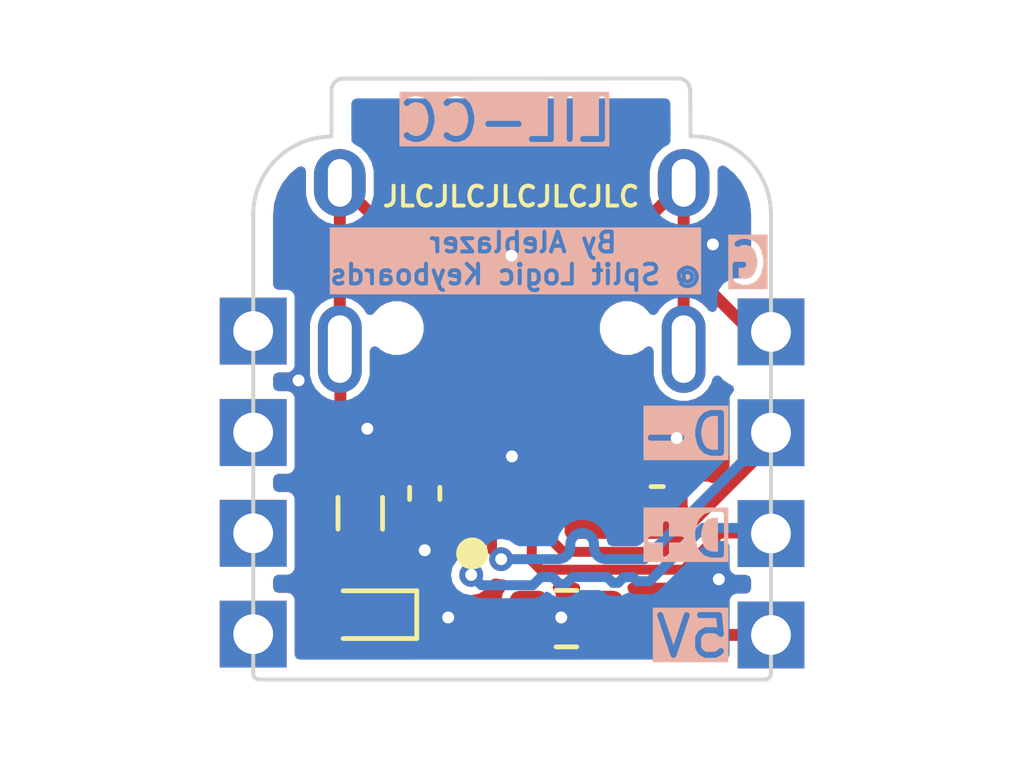
<source format=kicad_pcb>
(kicad_pcb (version 20240108) (generator "pcbnew") (generator_version "8.0")
  (layers (0 "F.Cu" signal) (31 "B.Cu" signal) (34 "B.Paste" user) (35 "F.Paste" user) (36 "B.SilkS" user "B.Silkscreen") (37 "F.SilkS" user "F.Silkscreen") (38 "B.Mask" user) (39 "F.Mask" user) (44 "Edge.Cuts" user))
  (net 0 "")
  (net 1 "GND")
  (net 2 "VBUS")
  (net 5 "D+")
  (net 6 "D-")
  (net 7 "Net-(J1-PadA5)")
  (net 8 "Net-(J1-PadB5)")
  (net 9 "5V")
  (net 10 "GNDPWR")
  (footprint "Inductor_SMD:L_0805_2012Metric" (layer "F.Cu") (at 125.48 87.77 -90)
    (property "Reference" "FB1" (hide yes))
    (property "Value" "GZ2012D601TF")
    (fp_line (start -0.399622 0.56) (end 0.399622 0.56) (stroke (width 0.12)) (layer "F.SilkS"))
    (fp_line (start -0.399622 -0.56) (end 0.399622 -0.56) (stroke (width 0.12)) (layer "F.SilkS"))
    (pad "1" smd roundrect (at -1.0625 0 270) (size 0.875 1.2) (layers "F.Cu" "F.Paste" "F.Mask") (net 10 "GNDPWR"))
    (pad "2" smd roundrect (at 1.0625 0 270) (size 0.875 1.2) (layers "F.Cu" "F.Paste" "F.Mask") (net 1 "GND"))
  )
  (footprint "Resistor_SMD:R_0402_1005Metric" (layer "F.Cu") (at 127.1 87.27 -90)
    (property "Reference" "R2" (hide yes))
    (property "Value" "5.1k")
    (fp_line (start -0.153641 0.38) (end 0.153641 0.38) (stroke (width 0.12)) (layer "F.SilkS"))
    (fp_line (start -0.153641 -0.38) (end 0.153641 -0.38) (stroke (width 0.12)) (layer "F.SilkS"))
    (pad "1" smd roundrect (at -0.51 0 270) (size 0.54 0.64) (layers "F.Cu" "F.Paste" "F.Mask") (net 8 "Net-(J1-PadB5)"))
    (pad "2" smd roundrect (at 0.51 0 270) (size 0.54 0.64) (layers "F.Cu" "F.Paste" "F.Mask") (net 1 "GND"))
  )
  (footprint "Fuse:Fuse_0805_2012Metric" (layer "F.Cu") (at 130.66 90.42)
    (property "Reference" "F1" (hide yes))
    (property "Value" "SMD0805-050-16V")
    (fp_line (start -0.258578 -0.71) (end 0.258578 -0.71) (stroke (width 0.12)) (layer "F.SilkS"))
    (fp_line (start -0.258578 0.71) (end 0.258578 0.71) (stroke (width 0.12)) (layer "F.SilkS"))
    (pad "1" smd roundrect (at -0.9375 0) (size 0.975 1.4) (layers "F.Cu" "F.Paste" "F.Mask") (net 2 "VBUS"))
    (pad "2" smd roundrect (at 0.9375 0) (size 0.975 1.4) (layers "F.Cu" "F.Paste" "F.Mask") (net 9 "5V"))
  )
  (footprint "acheron_Components:USON-10_2.5x1.0mm_P0.5mm" (layer "F.Cu") (at 129.29 87.78 90)
    (property "Reference" "U1" (hide yes))
    (property "Value" "TPD4E05U06DQAR")
    (fp_circle (center -1 -1) (end -1 -1) (stroke (width 0.4)) (fill none) (layer "F.SilkS"))
    (pad "1" smd roundrect (at -0.385 -1) (size 0.25 0.55) (layers "F.Cu" "F.Paste" "F.Mask") (roundrect_rratio 0.5) (net 5 "D+"))
    (pad "2" smd rect (at -0.385 -0.5) (size 0.25 0.55) (layers "F.Cu" "F.Paste" "F.Mask") (net 6 "D-"))
    (pad "3" smd rect (at -0.385 0) (size 0.3 0.55) (layers "F.Cu" "F.Paste" "F.Mask") (net 1 "GND"))
    (pad "4" smd rect (at -0.385 0.5) (size 0.25 0.55) (layers "F.Cu" "F.Paste" "F.Mask") (net 5 "D+"))
    (pad "5" smd rect (at -0.385 1) (size 0.25 0.55) (layers "F.Cu" "F.Paste" "F.Mask") (net 6 "D-"))
    (pad "6" smd rect (at 0.385 1) (size 0.25 0.55) (layers "F.Cu" "F.Paste" "F.Mask") (net 6 "D-"))
    (pad "7" smd rect (at 0.385 0.5) (size 0.25 0.55) (layers "F.Cu" "F.Paste" "F.Mask") (net 5 "D+"))
    (pad "8" smd rect (at 0.385 0) (size 0.3 0.55) (layers "F.Cu" "F.Paste" "F.Mask") (net 1 "GND"))
    (pad "9" smd rect (at 0.385 -0.5) (size 0.25 0.55) (layers "F.Cu" "F.Paste" "F.Mask") (net 6 "D-"))
    (pad "10" smd rect (at 0.385 -1) (size 0.25 0.55) (layers "F.Cu" "F.Paste" "F.Mask") (net 5 "D+"))
  )
  (footprint "locallib:HRO-TYPE-C-31-M-12-Assembly" (layer "F.Cu") (at 129.286 76.8635 180)
    (property "Reference" "J1" (hide yes))
    (property "Value" "TYPE-C-31-M-12")
    (pad "" np_thru_hole circle (at -2.89 -6.25 180) (size 0.65 0.65) (drill 0.65) (layers "*.Cu" "*.Mask"))
    (pad "" np_thru_hole circle (at 2.89 -6.25 180) (size 0.65 0.65) (drill 0.65) (layers "*.Cu" "*.Mask"))
    (pad "A1" smd roundrect (at -3.225 -7.695 180) (size 0.6 1.45) (layers "F.Cu" "F.Paste" "F.Mask") (roundrect_rratio 0.1) (net 1 "GND"))
    (pad "A4" smd roundrect (at -2.45 -7.695 180) (size 0.6 1.45) (layers "F.Cu" "F.Paste" "F.Mask") (roundrect_rratio 0.1) (net 2 "VBUS"))
    (pad "A5" smd roundrect (at -1.25 -7.695 180) (size 0.3 1.45) (layers "F.Cu" "F.Paste" "F.Mask") (roundrect_rratio 0.2) (net 7 "Net-(J1-PadA5)"))
    (pad "A6" smd roundrect (at -0.25 -7.695 180) (size 0.3 1.45) (layers "F.Cu" "F.Paste" "F.Mask") (roundrect_rratio 0.2) (net 5 "D+"))
    (pad "A7" smd roundrect (at 0.25 -7.695 180) (size 0.3 1.45) (layers "F.Cu" "F.Paste" "F.Mask") (roundrect_rratio 0.2) (net 6 "D-"))
    (pad "A8" smd roundrect (at 1.25 -7.695 180) (size 0.3 1.45) (layers "F.Cu" "F.Paste" "F.Mask") (roundrect_rratio 0.2))
    (pad "B1" smd roundrect (at 3.225 -7.695 180) (size 0.6 1.45) (layers "F.Cu" "F.Paste" "F.Mask") (roundrect_rratio 0.1) (net 1 "GND"))
    (pad "B4" smd roundrect (at 2.45 -7.695 180) (size 0.6 1.45) (layers "F.Cu" "F.Paste" "F.Mask") (roundrect_rratio 0.1) (net 2 "VBUS"))
    (pad "B5" smd roundrect (at 1.75 -7.695 180) (size 0.3 1.45) (layers "F.Cu" "F.Paste" "F.Mask") (roundrect_rratio 0.2) (net 8 "Net-(J1-PadB5)"))
    (pad "B6" smd roundrect (at 0.75 -7.695 180) (size 0.3 1.45) (layers "F.Cu" "F.Paste" "F.Mask") (roundrect_rratio 0.2) (net 5 "D+"))
    (pad "B7" smd roundrect (at -0.75 -7.695 180) (size 0.3 1.45) (layers "F.Cu" "F.Paste" "F.Mask") (roundrect_rratio 0.2) (net 6 "D-"))
    (pad "B8" smd roundrect (at -1.75 -7.695 180) (size 0.3 1.45) (layers "F.Cu" "F.Paste" "F.Mask") (roundrect_rratio 0.2))
    (pad "S1" thru_hole oval (at -4.32 -6.78 180) (size 1.1 2.2) (drill oval 0.6 1.7) (layers "*.Cu" "*.Mask") (net 10 "GNDPWR"))
    (pad "S1" thru_hole oval (at -4.32 -2.6 180) (size 1.3 1.7) (drill oval 0.6 1.2) (layers "*.Cu" "*.Mask") (net 10 "GNDPWR"))
    (pad "S1" thru_hole oval (at 4.32 -6.78 180) (size 1.1 2.2) (drill oval 0.6 1.7) (layers "*.Cu" "*.Mask") (net 10 "GNDPWR"))
    (pad "S1" thru_hole oval (at 4.32 -2.6 180) (size 1.3 1.7) (drill oval 0.6 1.2) (layers "*.Cu" "*.Mask") (net 10 "GNDPWR"))
  )
  (footprint "Diode_SMD:D_SOD-523" (layer "F.Cu") (at 125.75 90.32 180)
    (property "Reference" "D1" (hide yes))
    (property "Value" "ESD5Z5V0")
    (fp_line (start 0.7 0.6) (end -1.15 0.6) (stroke (width 0.12)) (layer "F.SilkS"))
    (fp_line (start 0.7 -0.6) (end -1.15 -0.6) (stroke (width 0.12)) (layer "F.SilkS"))
    (fp_line (start -1.15 -0.6) (end -1.15 0.6) (stroke (width 0.12)) (layer "F.SilkS"))
    (pad "1" smd rect (at -0.7 0) (size 0.6 0.7) (layers "F.Cu" "F.Paste" "F.Mask") (net 2 "VBUS"))
    (pad "2" smd rect (at 0.7 0) (size 0.6 0.7) (layers "F.Cu" "F.Paste" "F.Mask") (net 1 "GND"))
  )
  (footprint "acheron_Connectors:Castellated2.54-01x04" (layer "F.Cu") (at 121.1 83.2)
    (property "Reference" "J3" (hide yes))
    (property "Value" "Conn_01x04")
    (pad "1" thru_hole rect (at 1.69 -0.01) (size 1.68 1.68) (drill 1) (layers "*.Cu" "*.Mask"))
    (pad "2" thru_hole rect (at 1.69 2.54) (size 1.68 1.68) (drill 1) (layers "*.Cu" "*.Mask"))
    (pad "3" thru_hole rect (at 1.69 5.075) (size 1.68 1.68) (drill 1) (layers "*.Cu" "*.Mask"))
    (pad "4" thru_hole rect (at 1.69 7.61) (size 1.68 1.68) (drill 1) (layers "*.Cu" "*.Mask"))
  )
  (footprint "Resistor_SMD:R_0402_1005Metric" (layer "F.Cu") (at 132.94 86.72 180)
    (property "Reference" "R1" (hide yes))
    (property "Value" "5.1k")
    (fp_line (start -0.153641 0.38) (end 0.153641 0.38) (stroke (width 0.12)) (layer "F.SilkS"))
    (fp_line (start -0.153641 -0.38) (end 0.153641 -0.38) (stroke (width 0.12)) (layer "F.SilkS"))
    (pad "1" smd roundrect (at -0.51 0 180) (size 0.54 0.64) (layers "F.Cu" "F.Paste" "F.Mask") (net 1 "GND"))
    (pad "2" smd roundrect (at 0.51 0 180) (size 0.54 0.64) (layers "F.Cu" "F.Paste" "F.Mask") (net 7 "Net-(J1-PadA5)"))
  )
  (footprint "acheron_Connectors:Castellated2.54-01x04" (layer "F.Cu") (at 137.49 90.82 180)
    (property "Reference" "J2" (hide yes))
    (property "Value" "Conn_01x04")
    (pad "1" thru_hole trapezoid (at 1.69 -0.01 180) (size 1.68 1.68) (drill 1) (layers "*.Cu" "*.Mask") (net 9 "5V"))
    (pad "2" thru_hole trapezoid (at 1.69 2.54 180) (size 1.68 1.68) (drill 1) (layers "*.Cu" "*.Mask") (net 5 "D+"))
    (pad "3" thru_hole rect (at 1.69 5.075 180) (size 1.68 1.68) (drill 1) (layers "*.Cu" "*.Mask") (net 6 "D-"))
    (pad "4" thru_hole rect (at 1.69 7.61 180) (size 1.68 1.68) (drill 1) (layers "*.Cu" "*.Mask") (net 1 "GND"))
  )
  (gr_line (start 122.79 80.265) (end 122.79 91.8) (stroke (width 0.1)) (layer "Edge.Cuts"))
  (gr_arc (start 133.835 78.294465) (mid 135.224465 78.87) (end 135.8 80.259465) (stroke (width 0.1)) (layer "Edge.Cuts"))
  (gr_arc (start 122.94 91.95) (mid 122.833934 91.906066) (end 122.79 91.8) (stroke (width 0.1)) (layer "Edge.Cuts"))
  (gr_arc (start 135.8 91.8) (mid 135.756066 91.906066) (end 135.65 91.95) (stroke (width 0.1)) (layer "Edge.Cuts"))
  (gr_line (start 133.465862 76.835862) (end 125.06 76.84) (stroke (width 0.1)) (layer "Edge.Cuts"))
  (gr_line (start 133.78 78.29) (end 133.77 77.14) (stroke (width 0.1)) (layer "Edge.Cuts"))
  (gr_line (start 122.94 91.95) (end 135.65 91.95) (stroke (width 0.1)) (layer "Edge.Cuts"))
  (gr_arc (start 124.755862 77.144138) (mid 124.844942 76.92908) (end 125.06 76.84) (stroke (width 0.1)) (layer "Edge.Cuts"))
  (gr_arc (start 122.79 80.265) (mid 123.365535 78.875535) (end 124.755 78.3) (stroke (width 0.1)) (layer "Edge.Cuts"))
  (gr_line (start 133.835 78.294465) (end 133.78 78.29) (stroke (width 0.1)) (layer "Edge.Cuts"))
  (gr_line (start 124.755862 77.144138) (end 124.755 78.3) (stroke (width 0.1)) (layer "Edge.Cuts"))
  (gr_arc (start 133.465862 76.835862) (mid 133.68092 76.924942) (end 133.77 77.14) (stroke (width 0.1)) (layer "Edge.Cuts"))
  (gr_line (start 135.8 91.8) (end 135.8 80.259465) (stroke (width 0.1)) (layer "Edge.Cuts"))
  (gr_text "D+" (at 134.88 88.94 0) (layer "B.SilkS" knockout) (effects (font (size 1 1)) (justify left bottom mirror)))
  (gr_text "By Aleblazer \n@ Split Logic Keyboards" (at 129.38 82.06 0) (layer "B.SilkS" knockout) (effects (font (size 0.5 0.5) (thickness 0.1) (bold yes)) (justify bottom mirror)))
  (gr_text "G" (at 135.82 82.08 0) (layer "B.SilkS" knockout) (effects (font (size 1 1)) (justify left bottom mirror)))
  (gr_text "LIL-CC" (at 131.89 78.49 0) (layer "B.SilkS" knockout) (effects (font (size 1 1)) (justify left bottom mirror)))
  (gr_text "D-" (at 134.88 86.38 0) (layer "B.SilkS" knockout) (effects (font (size 1 1)) (justify left bottom mirror)))
  (gr_text "5V" (at 134.83 91.46 0) (layer "B.SilkS" knockout) (effects (font (size 1 1)) (justify left bottom mirror)))
  (gr_text "JLCJLCJLCJLCJLC" (at 125.99 80.1 0) (layer "F.SilkS") (effects (font (size 0.5 0.5) (thickness 0.1) (bold yes)) (justify left bottom)))
  (segment (start 129.290829 86.34) (end 129.29 86.340829) (width 0.3) (layer "F.Cu") (net 1))
  (segment (start 124.04048 87.39298) (end 125.48 88.8325) (width 0.3) (layer "F.Cu") (net 1))
  (segment (start 125.05 89.2625) (end 125.05 90.32) (width 0.3) (layer "F.Cu") (net 1))
  (segment (start 125.656561 85.644906) (end 125.656561 84.962939) (width 0.3) (layer "F.Cu") (net 1))
  (segment (start 127.1 88.7) (end 127.1 87.78) (width 0.3) (layer "F.Cu") (net 1))
  (segment (start 125.48 88.8325) (end 125.05 89.2625) (width 0.3) (layer "F.Cu") (net 1))
  (segment (start 129.29 87.395) (end 129.29 88.165) (width 0.3) (layer "F.Cu") (net 1))
  (segment (start 127.69 90.39) (end 127.1 89.8) (width 0.3) (layer "F.Cu") (net 1))
  (segment (start 134.34 81.01) (end 134.34 82.25) (width 0.3) (layer "F.Cu") (net 1))
  (segment (start 129.29 86.340829) (end 129.29 87.395) (width 0.3) (layer "F.Cu") (net 1))
  (segment (start 123.93 84.43) (end 124.04048 84.54048) (width 0.3) (layer "F.Cu") (net 1))
  (segment (start 133.43 85.4775) (end 132.511 84.5585) (width 0.3) (layer "F.Cu") (net 1))
  (segment (start 127.1 89.8) (end 127.1 88.7) (width 0.3) (layer "F.Cu") (net 1))
  (segment (start 134.34 82.25) (end 135.3 83.21) (width 0.3) (layer "F.Cu") (net 1))
  (segment (start 133.43 85.88) (end 133.43 85.4775) (width 0.3) (layer "F.Cu") (net 1))
  (segment (start 124.04048 84.54048) (end 124.04048 87.39298) (width 0.3) (layer "F.Cu") (net 1))
  (segment (start 135.3 83.21) (end 135.8 83.21) (width 0.3) (layer "F.Cu") (net 1))
  (segment (start 125.656561 84.962939) (end 126.061 84.5585) (width 0.3) (layer "F.Cu") (net 1))
  (via (at 123.93 84.43) (size 0.6) (drill 0.3) (layers "F.Cu" "B.Cu") (net 1))
  (via (at 134.49 89.43) (size 0.6) (drill 0.3) (layers "F.Cu" "B.Cu") (net 1))
  (via (at 127.69 90.39) (size 0.6) (drill 0.3) (layers "F.Cu" "B.Cu") (net 1))
  (via (at 129.28 81.29) (size 0.6) (drill 0.3) (layers "F.Cu" "B.Cu") (net 1))
  (via (at 127.1 88.7) (size 0.6) (drill 0.3) (layers "F.Cu" "B.Cu") (net 1))
  (via (at 125.656561 85.644906) (size 0.6) (drill 0.3) (layers "F.Cu" "B.Cu") (net 1))
  (via (at 130.53 90.39) (size 0.6) (drill 0.3) (layers "F.Cu" "B.Cu") (net 1))
  (via (at 134.34 81.01) (size 0.6) (drill 0.3) (layers "F.Cu" "B.Cu") (net 1))
  (via (at 133.43 85.88) (size 0.6) (drill 0.3) (layers "F.Cu" "B.Cu") (net 1))
  (via (at 129.290829 86.34) (size 0.6) (drill 0.3) (layers "F.Cu" "B.Cu") (net 1))
  (segment (start 133.3 90.62) (end 132.36 90.62) (width 0.3) (layer "B.Cu") (net 1))
  (segment (start 134.06 81.29) (end 129.28 81.29) (width 0.3) (layer "B.Cu") (net 1))
  (segment (start 126.201467 85.1) (end 132.65 85.1) (width 0.3) (layer "B.Cu") (net 1))
  (segment (start 132.36 90.62) (end 132.13 90.39) (width 0.3) (layer "B.Cu") (net 1))
  (segment (start 125.144906 85.644906) (end 125.656561 85.644906) (width 0.3) (layer "B.Cu") (net 1))
  (segment (start 132.65 85.1) (end 133.43 85.88) (width 0.3) (layer "B.Cu") (net 1))
  (segment (start 132.13 90.39) (end 127.69 90.39) (width 0.3) (layer "B.Cu") (net 1))
  (segment (start 134.49 89.43) (end 133.3 90.62) (width 0.3) (layer "B.Cu") (net 1))
  (segment (start 134.34 81.01) (end 134.06 81.29) (width 0.3) (layer "B.Cu") (net 1))
  (segment (start 123.93 84.43) (end 125.144906 85.644906) (width 0.3) (layer "B.Cu") (net 1))
  (segment (start 125.656561 85.644906) (end 126.201467 85.1) (width 0.3) (layer "B.Cu") (net 1))
  (segment (start 126.836 84.5585) (end 126.836 83.83955) (width 0.3) (layer "F.Cu") (net 2))
  (segment (start 126.43 90.3) (end 126.45 90.32) (width 0.3) (layer "F.Cu") (net 2))
  (segment (start 126.45 90.32) (end 127.32 91.19) (width 0.3) (layer "F.Cu") (net 2))
  (segment (start 126.836 84.5585) (end 126.836 85.384) (width 0.3) (layer "F.Cu") (net 2))
  (segment (start 131.736 83.83955) (end 131.736 84.5585) (width 0.3) (layer "F.Cu") (net 2))
  (segment (start 126.836 85.384) (end 126.43 85.79) (width 0.3) (layer "F.Cu") (net 2))
  (segment (start 126.43 85.79) (end 126.43 90.3) (width 0.3) (layer "F.Cu") (net 2))
  (segment (start 128.9525 91.19) (end 129.7225 90.42) (width 0.3) (layer "F.Cu") (net 2))
  (segment (start 126.836 83.83955) (end 128.31555 82.36) (width 0.3) (layer "F.Cu") (net 2))
  (segment (start 127.32 91.19) (end 128.9525 91.19) (width 0.3) (layer "F.Cu") (net 2))
  (segment (start 128.31555 82.36) (end 130.25645 82.36) (width 0.3) (layer "F.Cu") (net 2))
  (segment (start 130.25645 82.36) (end 131.736 83.83955) (width 0.3) (layer "F.Cu") (net 2))
  (segment (start 128.06 86.93) (end 128.29 87.16) (width 0.25) (layer "F.Cu") (net 5))
  (segment (start 135.8 88.28) (end 134.515718 88.28) (width 0.25) (layer "F.Cu") (net 5))
  (segment (start 128.536 85.357292) (end 128.06 85.833292) (width 0.25) (layer "F.Cu") (net 5))
  (segment (start 128.29 88.165) (end 128.29 89.297684) (width 0.25) (layer "F.Cu") (net 5))
  (segment (start 130.01 89.19) (end 129.79 88.97) (width 0.25) (layer "F.Cu") (net 5))
  (segment (start 129.536 85.666) (end 129.536 84.5585) (width 0.25) (layer "F.Cu") (net 5))
  (segment (start 128.29 89.297684) (end 128.267444 89.32024) (width 0.25) (layer "F.Cu") (net 5))
  (segment (start 129.79 87.03) (end 129.99 86.83) (width 0.25) (layer "F.Cu") (net 5))
  (segment (start 129.99 86.83) (end 129.99 86.12) (width 0.25) (layer "F.Cu") (net 5))
  (segment (start 129.79 88.97) (end 129.79 88.165) (width 0.25) (layer "F.Cu") (net 5))
  (segment (start 133.605718 89.19) (end 130.01 89.19) (width 0.25) (layer "F.Cu") (net 5))
  (segment (start 128.536 84.5585) (end 128.536 85.357292) (width 0.25) (layer "F.Cu") (net 5))
  (segment (start 129.79 87.395) (end 129.79 87.03) (width 0.25) (layer "F.Cu") (net 5))
  (segment (start 129.79 87.395) (end 129.79 88.165) (width 0.25) (layer "F.Cu") (net 5))
  (segment (start 129.99 86.12) (end 129.536 85.666) (width 0.25) (layer "F.Cu") (net 5))
  (segment (start 128.06 85.833292) (end 128.06 86.93) (width 0.25) (layer "F.Cu") (net 5))
  (segment (start 128.29 87.16) (end 128.29 87.395) (width 0.25) (layer "F.Cu") (net 5))
  (segment (start 128.29 87.395) (end 128.29 88.165) (width 0.25) (layer "F.Cu") (net 5))
  (segment (start 134.515718 88.28) (end 133.605718 89.19) (width 0.25) (layer "F.Cu") (net 5))
  (via (at 128.267444 89.32024) (size 0.6) (drill 0.3) (layers "F.Cu" "B.Cu") (net 5))
  (segment (start 132.750693 89.479307) (end 132.439307 89.479307) (width 0.25) (layer "B.Cu") (net 5))
  (segment (start 128.527204 89.58) (end 128.267444 89.32024) (width 0.25) (layer "B.Cu") (net 5))
  (segment (start 132.34 89.38) (end 132.1 89.38) (width 0.25) (layer "B.Cu") (net 5))
  (segment (start 135.66 88.14) (end 134.09 88.14) (width 0.25) (layer "B.Cu") (net 5))
  (segment (start 130.314502 89.374502) (end 130.02 89.374502) (width 0.25) (layer "B.Cu") (net 5))
  (segment (start 130.64 89.55) (end 130.49 89.55) (width 0.25) (layer "B.Cu") (net 5))
  (segment (start 130.02 89.374502) (end 129.814502 89.58) (width 0.25) (layer "B.Cu") (net 5))
  (segment (start 131.684502 89.374502) (end 130.815498 89.374502) (width 0.25) (layer "B.Cu") (net 5))
  (segment (start 132.1 89.38) (end 131.96 89.52) (width 0.25) (layer "B.Cu") (net 5))
  (segment (start 134.09 88.14) (end 132.750693 89.479307) (width 0.25) (layer "B.Cu") (net 5))
  (segment (start 132.439307 89.479307) (end 132.34 89.38) (width 0.25) (layer "B.Cu") (net 5))
  (segment (start 129.814502 89.58) (end 128.527204 89.58) (width 0.25) (layer "B.Cu") (net 5))
  (segment (start 130.49 89.55) (end 130.314502 89.374502) (width 0.25) (layer "B.Cu") (net 5))
  (segment (start 135.8 88.28) (end 135.66 88.14) (width 0.25) (layer "B.Cu") (net 5))
  (segment (start 130.815498 89.374502) (end 130.64 89.55) (width 0.25) (layer "B.Cu") (net 5))
  (segment (start 131.83 89.52) (end 131.684502 89.374502) (width 0.25) (layer "B.Cu") (net 5))
  (segment (start 131.96 89.52) (end 131.83 89.52) (width 0.25) (layer "B.Cu") (net 5))
  (segment (start 130.29 88.45) (end 130.29 88.165) (width 0.25) (layer "F.Cu") (net 6))
  (segment (start 130.036 85.530282) (end 130.52 86.014282) (width 0.25) (layer "F.Cu") (net 6))
  (segment (start 129.036 84.5585) (end 129.036 85.493009) (width 0.25) (layer "F.Cu") (net 6))
  (segment (start 135.8 86.05) (end 133.10952 88.74048) (width 0.25) (layer "F.Cu") (net 6))
  (segment (start 128.58 86.814282) (end 128.79 87.024282) (width 0.25) (layer "F.Cu") (net 6))
  (segment (start 133.10952 88.74048) (end 130.58048 88.74048) (width 0.25) (layer "F.Cu") (net 6))
  (segment (start 130.52 86.014282) (end 130.52 86.935717) (width 0.25) (layer "F.Cu") (net 6))
  (segment (start 128.58 85.949009) (end 128.58 86.814282) (width 0.25) (layer "F.Cu") (net 6))
  (segment (start 130.29 87.165717) (end 130.29 87.395) (width 0.25) (layer "F.Cu") (net 6))
  (segment (start 128.79 87.395) (end 128.79 88.165) (width 0.25) (layer "F.Cu") (net 6))
  (segment (start 130.036 84.5585) (end 130.036 85.530282) (width 0.25) (layer "F.Cu") (net 6))
  (segment (start 130.29 87.395) (end 130.29 88.165) (width 0.25) (layer "F.Cu") (net 6))
  (segment (start 128.79 88.694542) (end 129.02044 88.924982) (width 0.25) (layer "F.Cu") (net 6))
  (segment (start 135.8 85.745) (end 135.8 86.05) (width 0.25) (layer "F.Cu") (net 6))
  (segment (start 129.036 85.493009) (end 128.58 85.949009) (width 0.25) (layer "F.Cu") (net 6))
  (segment (start 128.79 87.024282) (end 128.79 87.395) (width 0.25) (layer "F.Cu") (net 6))
  (segment (start 128.79 88.165) (end 128.79 88.694542) (width 0.25) (layer "F.Cu") (net 6))
  (segment (start 130.58048 88.74048) (end 130.29 88.45) (width 0.25) (layer "F.Cu") (net 6))
  (segment (start 130.52 86.935717) (end 130.29 87.165717) (width 0.25) (layer "F.Cu") (net 6))
  (via (at 129.02044 88.924982) (size 0.6) (drill 0.3) (layers "F.Cu" "B.Cu") (net 6))
  (segment (start 130.754982 88.56625) (end 130.754982 88.624982) (width 0.25) (layer "B.Cu") (net 6))
  (segment (start 131.354982 88.624982) (end 131.354982 88.56625) (width 0.25) (layer "B.Cu") (net 6))
  (segment (start 132.620018 88.924982) (end 131.654982 88.924982) (width 0.25) (layer "B.Cu") (net 6))
  (segment (start 130.454982 88.924982) (end 129.02044 88.924982) (width 0.25) (layer "B.Cu") (net 6))
  (segment (start 135.8 85.745) (end 132.620018 88.924982) (width 0.25) (layer "B.Cu") (net 6))
  (arc (start 130.754982 88.624982) (mid 130.667114 88.837114) (end 130.454982 88.924982) (width 0.25) (layer "B.Cu") (net 6))
  (arc (start 131.354982 88.56625) (mid 131.267114 88.354118) (end 131.054982 88.26625) (width 0.25) (layer "B.Cu") (net 6))
  (arc (start 131.054982 88.26625) (mid 130.84285 88.354118) (end 130.754982 88.56625) (width 0.25) (layer "B.Cu") (net 6))
  (arc (start 131.654982 88.924982) (mid 131.44285 88.837114) (end 131.354982 88.624982) (width 0.25) (layer "B.Cu") (net 6))
  (segment (start 130.536 84.5585) (end 130.536 85.321938) (width 0.2) (layer "F.Cu") (net 7))
  (segment (start 132.43 86.44) (end 132.43 86.72) (width 0.2) (layer "F.Cu") (net 7))
  (segment (start 130.834062 85.62) (end 131.61 85.62) (width 0.2) (layer "F.Cu") (net 7))
  (segment (start 131.61 85.62) (end 132.43 86.44) (width 0.2) (layer "F.Cu") (net 7))
  (segment (start 130.536 85.321938) (end 130.834062 85.62) (width 0.2) (layer "F.Cu") (net 7))
  (segment (start 127.536 86.324) (end 127.1 86.76) (width 0.2) (layer "F.Cu") (net 8))
  (segment (start 127.536 84.5585) (end 127.536 86.324) (width 0.2) (layer "F.Cu") (net 8))
  (segment (start 132.0075 90.83) (end 131.5975 90.42) (width 0.3) (layer "F.Cu") (net 9))
  (segment (start 135.8 90.83) (end 132.0075 90.83) (width 0.3) (layer "F.Cu") (net 9))
  (segment (start 124.98 86.2075) (end 125.48 86.7075) (width 0.3) (layer "F.Cu") (net 10))
  (segment (start 124.98 83.6575) (end 124.98 86.2075) (width 0.3) (layer "F.Cu") (net 10))
  (segment (start 124.966 79.4635) (end 124.966 83.6435) (width 0.3) (layer "F.Cu") (net 10))
  (segment (start 133.606 79.4635) (end 133.606 83.6435) (width 0.3) (layer "F.Cu") (net 10))
  (segment (start 133.606 79.4635) (end 132.4495 80.62) (width 0.3) (layer "F.Cu") (net 10))
  (segment (start 126.1225 80.62) (end 124.966 79.4635) (width 0.3) (layer "F.Cu") (net 10))
  (segment (start 124.966 83.6435) (end 124.98 83.6575) (width 0.3) (layer "F.Cu") (net 10))
  (segment (start 132.4495 80.62) (end 126.1225 80.62) (width 0.3) (layer "F.Cu") (net 10))
  (zone (net 1) (net_name "GND") (layers "F&B.Cu") (connect_pads (clearance 0.2)) (min_thickness 0.254) (fill yes (thermal_gap 0.508) (thermal_bridge_width 0.508))
    (polygon (pts (xy 138.75 92.85) (xy 119.15 92.8) (xy 119.15 92.55) (xy 119.3 75.5) (xy 138.75 75.5)))
  )
)
</source>
